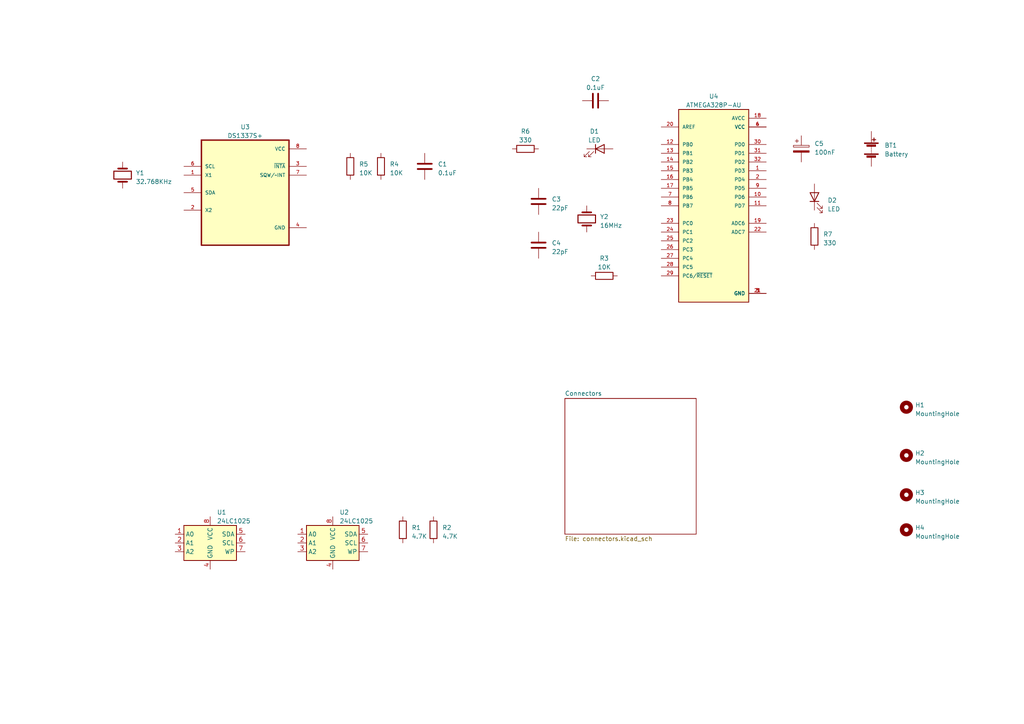
<source format=kicad_sch>
(kicad_sch (version 20230121) (generator eeschema)
  (paper "A4")
  (title_block (title "${project_name}") (date "2023-06-18"))
  (lib_symbols
    (symbol "ATMEGA328P-AU:ATMEGA328P-AU" (pin_names (offset 1.016))
      (property "Reference" "U" (at -10.1755 29.2546 0))
      (property "Value" "ATMEGA328P-AU" (at -10.1669 -31.7714 0))
      (symbol "ATMEGA328P-AU_0_0"
        (rectangle (start -10.16 -27.94) (end 10.16 27.94) (stroke (width 0.254)) (fill (type background)))
        (pin bidirectional line (at 15.24 10.16 180) (length 5.08) (name "PD3") (number "1"))
        (pin bidirectional line (at 15.24 2.54 180) (length 5.08) (name "PD6") (number "10"))
        (pin bidirectional line (at 15.24 0 180) (length 5.08) (name "PD7") (number "11"))
        (pin bidirectional line (at -15.24 17.78 0) (length 5.08) (name "PB0") (number "12"))
        (pin bidirectional line (at -15.24 15.24 0) (length 5.08) (name "PB1") (number "13"))
        (pin bidirectional line (at -15.24 12.7 0) (length 5.08) (name "PB2") (number "14"))
        (pin bidirectional line (at -15.24 10.16 0) (length 5.08) (name "PB3") (number "15"))
        (pin bidirectional line (at -15.24 7.62 0) (length 5.08) (name "PB4") (number "16"))
        (pin bidirectional line (at -15.24 5.08 0) (length 5.08) (name "PB5") (number "17"))
        (pin power_in line (at 15.24 25.4 180) (length 5.08) (name "AVCC") (number "18"))
        (pin bidirectional line (at 15.24 -5.08 180) (length 5.08) (name "ADC6") (number "19"))
        (pin bidirectional line (at 15.24 7.62 180) (length 5.08) (name "PD4") (number "2"))
        (pin input line (at -15.24 22.86 0) (length 5.08) (name "AREF") (number "20"))
        (pin power_in line (at 15.24 -25.4 180) (length 5.08) (name "GND") (number "21"))
        (pin bidirectional line (at 15.24 -7.62 180) (length 5.08) (name "ADC7") (number "22"))
        (pin bidirectional line (at -15.24 -5.08 0) (length 5.08) (name "PC0") (number "23"))
        (pin bidirectional line (at -15.24 -7.62 0) (length 5.08) (name "PC1") (number "24"))
        (pin bidirectional line (at -15.24 -10.16 0) (length 5.08) (name "PC2") (number "25"))
        (pin bidirectional line (at -15.24 -12.7 0) (length 5.08) (name "PC3") (number "26"))
        (pin bidirectional line (at -15.24 -15.24 0) (length 5.08) (name "PC4") (number "27"))
        (pin bidirectional line (at -15.24 -17.78 0) (length 5.08) (name "PC5") (number "28"))
        (pin bidirectional line (at -15.24 -20.32 0) (length 5.08) (name "PC6/~{RESET}") (number "29"))
        (pin power_in line (at 15.24 -25.4 180) (length 5.08) (name "GND") (number "3"))
        (pin bidirectional line (at 15.24 17.78 180) (length 5.08) (name "PD0") (number "30"))
        (pin bidirectional line (at 15.24 15.24 180) (length 5.08) (name "PD1") (number "31"))
        (pin bidirectional line (at 15.24 12.7 180) (length 5.08) (name "PD2") (number "32"))
        (pin power_in line (at 15.24 22.86 180) (length 5.08) (name "VCC") (number "4"))
        (pin power_in line (at 15.24 -25.4 180) (length 5.08) (name "GND") (number "5"))
        (pin power_in line (at 15.24 22.86 180) (length 5.08) (name "VCC") (number "6"))
        (pin bidirectional line (at -15.24 2.54 0) (length 5.08) (name "PB6") (number "7"))
        (pin bidirectional line (at -15.24 0 0) (length 5.08) (name "PB7") (number "8"))
        (pin bidirectional line (at 15.24 5.08 180) (length 5.08) (name "PD5") (number "9"))
      )
    )
    (symbol "DS1337S_:DS1337S+" (pin_names (offset 1.016))
      (property "Reference" "U" (at -12.7 16.24 0))
      (property "Value" "DS1337S+" (at -12.7 -19.24 0))
      (symbol "DS1337S+_0_0"
        (rectangle (start -12.7 -15.24) (end 12.7 15.24) (stroke (width 0.41)) (fill (type background)))
        (pin input line (at -17.78 5.08 0) (length 5.08) (name "X1") (number "1"))
        (pin bidirectional line (at -17.78 -5.08 0) (length 5.08) (name "X2") (number "2"))
        (pin output line (at 17.78 7.62 180) (length 5.08) (name "~{INTA}") (number "3"))
        (pin power_in line (at 17.78 -10.16 180) (length 5.08) (name "GND") (number "4"))
        (pin bidirectional line (at -17.78 0 0) (length 5.08) (name "SDA") (number "5"))
        (pin input line (at -17.78 7.62 0) (length 5.08) (name "SCL") (number "6"))
        (pin output line (at 17.78 5.08 180) (length 5.08) (name "SQW/~INT") (number "7"))
        (pin power_in line (at 17.78 12.7 180) (length 5.08) (name "VCC") (number "8"))
      )
    )
    (symbol "Device:Battery" (pin_numbers hide) (pin_names (offset 0) hide)
      (property "Reference" "BT" (at 2.54 2.54 0))
      (property "Value" "Battery" (at 2.54 0 0))
      (symbol "Battery_0_1"
        (rectangle (start -2.032 -1.397) (end 2.032 -1.651) (fill (type outline)))
        (rectangle (start -2.032 1.778) (end 2.032 1.524) (fill (type outline)))
        (rectangle (start -1.3208 -1.9812) (end 1.27 -2.4892) (fill (type outline)))
        (rectangle (start -1.3208 1.1938) (end 1.27 0.6858) (fill (type outline)))
        (polyline (pts (xy 0 -1.524) (xy 0 -1.27)))
        (polyline (pts (xy 0 -1.016) (xy 0 -0.762)))
        (polyline (pts (xy 0 -0.508) (xy 0 -0.254)))
        (polyline (pts (xy 0 0) (xy 0 0.254)))
        (polyline (pts (xy 0 0.508) (xy 0 0.762)))
        (polyline (pts (xy 0 1.778) (xy 0 2.54)))
        (polyline (pts (xy 0.254 2.667) (xy 1.27 2.667)) (stroke (width 0.254)))
        (polyline (pts (xy 0.762 3.175) (xy 0.762 2.159)) (stroke (width 0.254)))
      )
      (symbol "Battery_1_1"
        (pin passive line (at 0 5.08 270) (length 2.54) (name "+") (number "1"))
        (pin passive line (at 0 -5.08 90) (length 2.54) (name "-") (number "2"))
      )
    )
    (symbol "Device:C" (pin_numbers hide) (pin_names (offset 0.254))
      (property "Reference" "C" (at 0.635 2.54 0))
      (property "Value" "C" (at 0.635 -2.54 0))
      (symbol "C_0_1"
        (polyline (pts (xy -2.032 -0.762) (xy 2.032 -0.762)) (stroke (width 0.508)))
        (polyline (pts (xy -2.032 0.762) (xy 2.032 0.762)) (stroke (width 0.508)))
      )
      (symbol "C_1_1"
        (pin passive line (at 0 3.81 270) (length 2.794) (name "~") (number "1"))
        (pin passive line (at 0 -3.81 90) (length 2.794) (name "~") (number "2"))
      )
    )
    (symbol "Device:C_Polarized" (pin_numbers hide) (pin_names (offset 0.254))
      (property "Reference" "C" (at 0.635 2.54 0))
      (property "Value" "C_Polarized" (at 0.635 -2.54 0))
      (symbol "C_Polarized_0_1"
        (rectangle (start -2.286 0.508) (end 2.286 1.016))
        (polyline (pts (xy -1.778 2.286) (xy -0.762 2.286)))
        (polyline (pts (xy -1.27 2.794) (xy -1.27 1.778)))
        (rectangle (start 2.286 -0.508) (end -2.286 -1.016) (fill (type outline)))
      )
      (symbol "C_Polarized_1_1"
        (pin passive line (at 0 3.81 270) (length 2.794) (name "~") (number "1"))
        (pin passive line (at 0 -3.81 90) (length 2.794) (name "~") (number "2"))
      )
    )
    (symbol "Device:Crystal" (pin_numbers hide) (pin_names (offset 1.016) hide)
      (property "Reference" "Y" (at 0 3.81 0))
      (property "Value" "Crystal" (at 0 -3.81 0))
      (symbol "Crystal_0_1"
        (rectangle (start -1.143 2.54) (end 1.143 -2.54) (stroke (width 0.3048)))
        (polyline (pts (xy -2.54 0) (xy -1.905 0)))
        (polyline (pts (xy -1.905 -1.27) (xy -1.905 1.27)) (stroke (width 0.508)))
        (polyline (pts (xy 1.905 -1.27) (xy 1.905 1.27)) (stroke (width 0.508)))
        (polyline (pts (xy 2.54 0) (xy 1.905 0)))
      )
      (symbol "Crystal_1_1"
        (pin passive line (at -3.81 0 0) (length 1.27) (name "1") (number "1"))
        (pin passive line (at 3.81 0 180) (length 1.27) (name "2") (number "2"))
      )
    )
    (symbol "Device:LED" (pin_numbers hide) (pin_names (offset 1.016) hide)
      (property "Reference" "D" (at 0 2.54 0))
      (property "Value" "LED" (at 0 -2.54 0))
      (symbol "LED_0_1"
        (polyline (pts (xy -1.27 -1.27) (xy -1.27 1.27)) (stroke (width 0.254)))
        (polyline (pts (xy -1.27 0) (xy 1.27 0)))
        (polyline (pts (xy 1.27 -1.27) (xy 1.27 1.27) (xy -1.27 0) (xy 1.27 -1.27)) (stroke (width 0.254)))
        (polyline (pts (xy -3.048 -0.762) (xy -4.572 -2.286) (xy -3.81 -2.286) (xy -4.572 -2.286) (xy -4.572 -1.524)))
        (polyline (pts (xy -1.778 -0.762) (xy -3.302 -2.286) (xy -2.54 -2.286) (xy -3.302 -2.286) (xy -3.302 -1.524)))
      )
      (symbol "LED_1_1"
        (pin passive line (at -3.81 0 0) (length 2.54) (name "K") (number "1"))
        (pin passive line (at 3.81 0 180) (length 2.54) (name "A") (number "2"))
      )
    )
    (symbol "Device:R" (pin_numbers hide) (pin_names (offset 0))
      (property "Reference" "R" (at 2.032 0 90))
      (property "Value" "R" (at 0 0 90))
      (symbol "R_0_1"
        (rectangle (start -1.016 -2.54) (end 1.016 2.54) (stroke (width 0.254)))
      )
      (symbol "R_1_1"
        (pin passive line (at 0 3.81 270) (length 1.27) (name "~") (number "1"))
        (pin passive line (at 0 -3.81 90) (length 1.27) (name "~") (number "2"))
      )
    )
    (symbol "Mechanical:MountingHole" (pin_names (offset 1.016))
      (property "Reference" "H" (at 0 5.08 0))
      (property "Value" "MountingHole" (at 0 3.175 0))
      (symbol "MountingHole_0_1"
        (circle (center 0 0) (radius 1.27) (stroke (width 1.27)))
      )
    )
    (symbol "Memory_EEPROM:24LC1025"
      (property "Reference" "U" (at -6.35 6.35 0))
      (property "Value" "24LC1025" (at 1.27 6.35 0))
      (symbol "24LC1025_1_1"
        (rectangle (start -7.62 5.08) (end 7.62 -5.08) (stroke (width 0.254)) (fill (type background)))
        (pin input line (at -10.16 2.54 0) (length 2.54) (name "A0") (number "1"))
        (pin input line (at -10.16 0 0) (length 2.54) (name "A1") (number "2"))
        (pin input line (at -10.16 -2.54 0) (length 2.54) (name "A2") (number "3"))
        (pin power_in line (at 0 -7.62 90) (length 2.54) (name "GND") (number "4"))
        (pin bidirectional line (at 10.16 2.54 180) (length 2.54) (name "SDA") (number "5"))
        (pin input line (at 10.16 0 180) (length 2.54) (name "SCL") (number "6"))
        (pin input line (at 10.16 -2.54 180) (length 2.54) (name "WP") (number "7"))
        (pin power_in line (at 0 7.62 270) (length 2.54) (name "VCC") (number "8"))
      )
    )
  )
  (symbol (lib_id "Device:R") (at 101.6 48.26 0) (unit 1)
    (property "Reference" "R5" (at 104.14 47.625 0) (effects (justify left)))
    (property "Value" "10K" (at 104.14 50.165 0) (effects (justify left)))
    (property "Footprint" "Resistor_SMD:R_0805_2012Metric" (effects hide))
  )
  (symbol (lib_id "Mechanical:MountingHole") (at 262.89 118.11 0) (unit 1)
    (property "Reference" "H1" (at 265.43 117.475 0) (effects (justify left)))
    (property "Value" "MountingHole" (at 265.43 120.015 0) (effects (justify left)))
    (property "Footprint" "MountingHole:MountingHole_2.1mm" (effects hide))
  )
  (symbol (lib_id "Device:C") (at 156.21 58.42 0) (unit 1)
    (property "Reference" "C3" (at 160.02 57.785 0) (effects (justify left)))
    (property "Value" "22pF" (at 160.02 60.325 0) (effects (justify left)))
    (property "Footprint" "Capacitor_SMD:C_0805_2012Metric" (effects hide))
  )
  (symbol (lib_id "Device:R") (at 236.22 68.58 0) (unit 1)
    (property "Reference" "R7" (at 238.76 67.945 0) (effects (justify left)))
    (property "Value" "330" (at 238.76 70.485 0) (effects (justify left)))
    (property "Footprint" "Resistor_SMD:R_0805_2012Metric" (effects hide))
  )
  (symbol (lib_id "Device:LED") (at 236.22 57.15 90) (unit 1)
    (property "Reference" "D2" (at 240.03 58.1025 90) (effects (justify right)))
    (property "Value" "LED" (at 240.03 60.6425 90) (effects (justify right)))
    (property "Footprint" "LED_SMD:LED_0805_2012Metric" (effects hide))
  )
  (symbol (lib_id "Device:C") (at 123.19 48.26 0) (unit 1)
    (property "Reference" "C1" (at 127 47.625 0) (effects (justify left)))
    (property "Value" "0.1uF" (at 127 50.165 0) (effects (justify left)))
    (property "Footprint" "Capacitor_SMD:C_0805_2012Metric" (effects hide))
  )
  (symbol (lib_id "Device:R") (at 116.84 153.67 0) (unit 1)
    (property "Reference" "R1" (at 119.38 153.035 0) (effects (justify left)))
    (property "Value" "4.7K" (at 119.38 155.575 0) (effects (justify left)))
    (property "Footprint" "Resistor_SMD:R_0805_2012Metric" (effects hide))
  )
  (symbol (lib_id "Device:R") (at 125.73 153.67 0) (unit 1)
    (property "Reference" "R2" (at 128.27 153.035 0) (effects (justify left)))
    (property "Value" "4.7K" (at 128.27 155.575 0) (effects (justify left)))
    (property "Footprint" "Resistor_SMD:R_0805_2012Metric" (effects hide))
  )
  (symbol (lib_id "Device:C_Polarized") (at 232.41 43.18 0) (unit 1)
    (property "Reference" "C5" (at 236.22 41.656 0) (effects (justify left)))
    (property "Value" "100nF" (at 236.22 44.196 0) (effects (justify left)))
    (property "Footprint" "Capacitor_SMD:C_0805_2012Metric" (effects hide))
  )
  (symbol (lib_id "Device:LED") (at 173.99 43.18 0) (unit 1)
    (property "Reference" "D1" (at 172.4025 38.1 0))
    (property "Value" "LED" (at 172.4025 40.64 0))
    (property "Footprint" "LED_SMD:LED_0805_2012Metric" (effects hide))
  )
  (symbol (lib_id "Device:Crystal") (at 35.56 50.8 90) (unit 1)
    (property "Reference" "Y1" (at 39.37 50.165 90) (effects (justify right)))
    (property "Value" "32.768KHz" (at 39.37 52.705 90) (effects (justify right)))
    (property "Footprint" "Crystal:Crystal_SMD_5032-2Pin_5.0x3.2mm_HandSoldering" (effects hide))
  )
  (symbol (lib_id "DS1337S_:DS1337S+") (at 71.12 55.88 0) (unit 1)
    (property "Reference" "U3" (at 71.12 36.83 0))
    (property "Value" "DS1337S+" (at 71.12 39.37 0))
    (property "Footprint" "Footprints:SOIC127P600X175-8N" (effects hide))
  )
  (symbol (lib_id "Device:R") (at 110.49 48.26 0) (unit 1)
    (property "Reference" "R4" (at 113.03 47.625 0) (effects (justify left)))
    (property "Value" "10K" (at 113.03 50.165 0) (effects (justify left)))
    (property "Footprint" "Resistor_SMD:R_0805_2012Metric" (effects hide))
  )
  (symbol (lib_id "Device:Battery") (at 252.73 43.18 0) (unit 1)
    (property "Reference" "BT1" (at 256.54 42.164 0) (effects (justify left)))
    (property "Value" "Battery" (at 256.54 44.704 0) (effects (justify left)))
    (property "Footprint" "Connector_PinHeader_2.54mm:PinHeader_1x02_P2.54mm_Vertical" (effects hide))
  )
  (symbol (lib_id "Device:R") (at 175.26 80.01 90) (unit 1)
    (property "Reference" "R3" (at 175.26 74.93 90))
    (property "Value" "10K" (at 175.26 77.47 90))
    (property "Footprint" "Resistor_SMD:R_0805_2012Metric" (effects hide))
  )
  (symbol (lib_id "ATMEGA328P-AU:ATMEGA328P-AU") (at 207.01 59.69 0) (unit 1)
    (property "Reference" "U4" (at 207.01 27.94 0))
    (property "Value" "ATMEGA328P-AU" (at 207.01 30.48 0))
    (property "Footprint" "Footprints:QFP80P900X900X120-32N" (effects hide))
    (property "MANUFACTURER" "Atmel" (effects hide))
  )
  (symbol (lib_id "Mechanical:MountingHole") (at 262.89 143.51 0) (unit 1)
    (property "Reference" "H3" (at 265.43 142.875 0) (effects (justify left)))
    (property "Value" "MountingHole" (at 265.43 145.415 0) (effects (justify left)))
    (property "Footprint" "MountingHole:MountingHole_2.1mm" (effects hide))
  )
  (symbol (lib_id "Memory_EEPROM:24LC1025") (at 60.96 157.48 0) (unit 1)
    (property "Reference" "U1" (at 62.9159 148.59 0) (effects (justify left)))
    (property "Value" "24LC1025" (at 62.9159 151.13 0) (effects (justify left)))
    (property "Footprint" "Package_SO:SOIC-8_5.23x5.23mm_P1.27mm" (effects hide))
    (property "Datasheet" "http://ww1.microchip.com/downloads/en/DeviceDoc/21941B.pdf" (effects hide))
  )
  (symbol (lib_id "Mechanical:MountingHole") (at 262.89 153.67 0) (unit 1)
    (property "Reference" "H4" (at 265.43 153.035 0) (effects (justify left)))
    (property "Value" "MountingHole" (at 265.43 155.575 0) (effects (justify left)))
    (property "Footprint" "MountingHole:MountingHole_2.1mm" (effects hide))
  )
  (symbol (lib_id "Device:C") (at 172.72 29.21 90) (unit 1)
    (property "Reference" "C2" (at 172.72 22.86 90))
    (property "Value" "0.1uF" (at 172.72 25.4 90))
    (property "Footprint" "Capacitor_SMD:C_0805_2012Metric" (effects hide))
  )
  (symbol (lib_id "Device:Crystal") (at 170.18 63.5 90) (unit 1)
    (property "Reference" "Y2" (at 173.99 62.865 90) (effects (justify right)))
    (property "Value" "16MHz" (at 173.99 65.405 90) (effects (justify right)))
    (property "Footprint" "Crystal:Crystal_SMD_5032-2Pin_5.0x3.2mm_HandSoldering" (effects hide))
  )
  (symbol (lib_id "Device:R") (at 152.4 43.18 90) (unit 1)
    (property "Reference" "R6" (at 152.4 38.1 90))
    (property "Value" "330" (at 152.4 40.64 90))
    (property "Footprint" "Resistor_SMD:R_0805_2012Metric" (effects hide))
  )
  (symbol (lib_id "Device:C") (at 156.21 71.12 0) (unit 1)
    (property "Reference" "C4" (at 160.02 70.485 0) (effects (justify left)))
    (property "Value" "22pF" (at 160.02 73.025 0) (effects (justify left)))
    (property "Footprint" "Capacitor_SMD:C_0805_2012Metric" (effects hide))
  )
  (symbol (lib_id "Memory_EEPROM:24LC1025") (at 96.52 157.48 0) (unit 1)
    (property "Reference" "U2" (at 98.4759 148.59 0) (effects (justify left)))
    (property "Value" "24LC1025" (at 98.4759 151.13 0) (effects (justify left)))
    (property "Footprint" "Package_SO:SOIC-8_5.23x5.23mm_P1.27mm" (effects hide))
    (property "Datasheet" "http://ww1.microchip.com/downloads/en/DeviceDoc/21941B.pdf" (effects hide))
  )
  (symbol (lib_id "Mechanical:MountingHole") (at 262.89 132.08 0) (unit 1)
    (property "Reference" "H2" (at 265.43 131.445 0) (effects (justify left)))
    (property "Value" "MountingHole" (at 265.43 133.985 0) (effects (justify left)))
    (property "Footprint" "MountingHole:MountingHole_2.1mm" (effects hide))
  )
  (sheet (at 163.83 115.57) (size 38.1 39.37) (stroke (width 0.1524))
    (property "Sheetname" "Connectors" (at 163.83 114.8584 0) (effects (justify left bottom)))
    (property "Sheetfile" "connectors.kicad_sch" (at 163.83 155.5246 0) (effects (justify left top)))
  )
)
</source>
